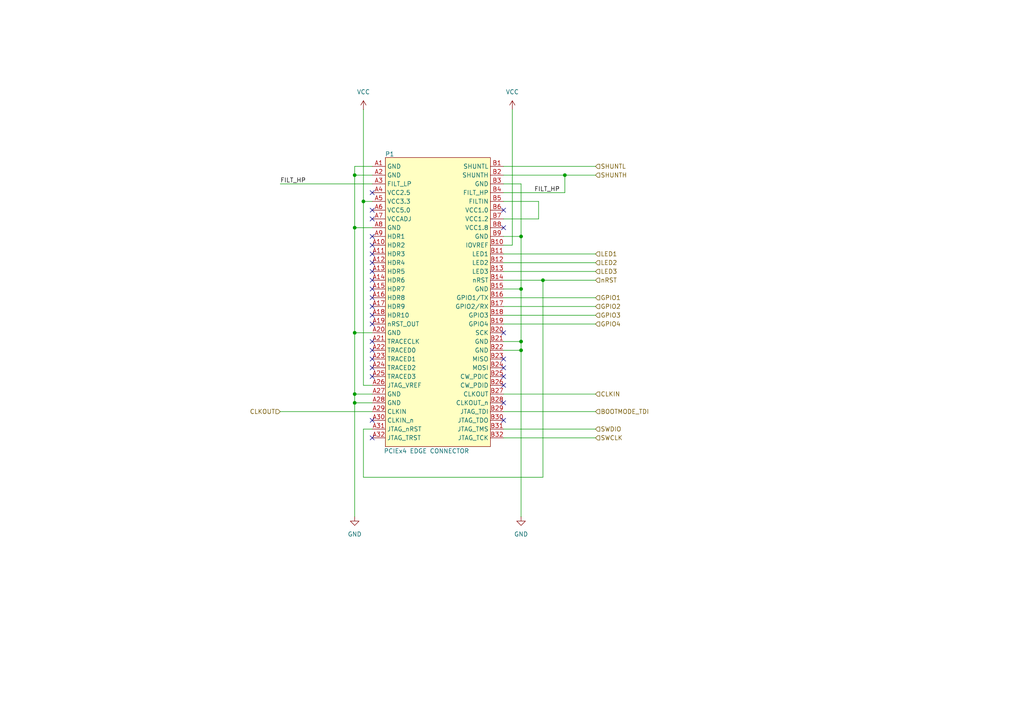
<source format=kicad_sch>
(kicad_sch (version 20231120) (generator "eeschema") (generator_version "8.0")
  (paper "A4")
  (lib_symbols
    (symbol "NAE_Connectors:CW312T-Template" (in_bom no)
      (property "Reference" "P" (at -15.24 3.81 0))
      (property "Value" "PCIEx4 EDGE CONNECTOR " (at 3.81 3.81 0))
      (symbol "CW312T-Template_1_1"
        (rectangle (start -15.24 2.54) (end 15.24 -81.28) (fill (type background)))
        (pin unspecified line (at -19.05 0 0) (length 3.81) (name "GND") (number "A1"))
        (pin unspecified line (at -19.05 -22.86 0) (length 3.81) (name "HDR2") (number "A10"))
        (pin unspecified line (at -19.05 -25.4 0) (length 3.81) (name "HDR3") (number "A11"))
        (pin unspecified line (at -19.05 -27.94 0) (length 3.81) (name "HDR4") (number "A12"))
        (pin unspecified line (at -19.05 -30.48 0) (length 3.81) (name "HDR5") (number "A13"))
        (pin unspecified line (at -19.05 -33.02 0) (length 3.81) (name "HDR6") (number "A14"))
        (pin unspecified line (at -19.05 -35.56 0) (length 3.81) (name "HDR7") (number "A15"))
        (pin unspecified line (at -19.05 -38.1 0) (length 3.81) (name "HDR8") (number "A16"))
        (pin unspecified line (at -19.05 -40.64 0) (length 3.81) (name "HDR9") (number "A17"))
        (pin unspecified line (at -19.05 -43.18 0) (length 3.81) (name "HDR10") (number "A18"))
        (pin unspecified line (at -19.05 -45.72 0) (length 3.81) (name "nRST_OUT") (number "A19"))
        (pin unspecified line (at -19.05 -2.54 0) (length 3.81) (name "GND") (number "A2"))
        (pin unspecified line (at -19.05 -48.26 0) (length 3.81) (name "GND") (number "A20"))
        (pin unspecified line (at -19.05 -50.8 0) (length 3.81) (name "TRACECLK") (number "A21"))
        (pin unspecified line (at -19.05 -53.34 0) (length 3.81) (name "TRACED0") (number "A22"))
        (pin unspecified line (at -19.05 -55.88 0) (length 3.81) (name "TRACED1") (number "A23"))
        (pin unspecified line (at -19.05 -58.42 0) (length 3.81) (name "TRACED2") (number "A24"))
        (pin unspecified line (at -19.05 -60.96 0) (length 3.81) (name "TRACED3") (number "A25"))
        (pin unspecified line (at -19.05 -63.5 0) (length 3.81) (name "JTAG_VREF") (number "A26"))
        (pin unspecified line (at -19.05 -66.04 0) (length 3.81) (name "GND") (number "A27"))
        (pin unspecified line (at -19.05 -68.58 0) (length 3.81) (name "GND") (number "A28"))
        (pin unspecified line (at -19.05 -71.12 0) (length 3.81) (name "CLKIN") (number "A29"))
        (pin unspecified line (at -19.05 -5.08 0) (length 3.81) (name "FILT_LP") (number "A3"))
        (pin unspecified line (at -19.05 -73.66 0) (length 3.81) (name "CLKIN_n") (number "A30"))
        (pin unspecified line (at -19.05 -76.2 0) (length 3.81) (name "JTAG_nRST") (number "A31"))
        (pin unspecified line (at -19.05 -78.74 0) (length 3.81) (name "JTAG_TRST") (number "A32"))
        (pin unspecified line (at -19.05 -7.62 0) (length 3.81) (name "VCC2.5") (number "A4"))
        (pin unspecified line (at -19.05 -10.16 0) (length 3.81) (name "VCC3.3") (number "A5"))
        (pin unspecified line (at -19.05 -12.7 0) (length 3.81) (name "VCC5.0") (number "A6"))
        (pin unspecified line (at -19.05 -15.24 0) (length 3.81) (name "VCCADJ") (number "A7"))
        (pin unspecified line (at -19.05 -17.78 0) (length 3.81) (name "GND") (number "A8"))
        (pin unspecified line (at -19.05 -20.32 0) (length 3.81) (name "HDR1") (number "A9"))
        (pin unspecified line (at 19.05 0 180) (length 3.81) (name "SHUNTL") (number "B1"))
        (pin unspecified line (at 19.05 -22.86 180) (length 3.81) (name "IOVREF") (number "B10"))
        (pin unspecified line (at 19.05 -25.4 180) (length 3.81) (name "LED1") (number "B11"))
        (pin unspecified line (at 19.05 -27.94 180) (length 3.81) (name "LED2") (number "B12"))
        (pin unspecified line (at 19.05 -30.48 180) (length 3.81) (name "LED3") (number "B13"))
        (pin unspecified line (at 19.05 -33.02 180) (length 3.81) (name "nRST") (number "B14"))
        (pin unspecified line (at 19.05 -35.56 180) (length 3.81) (name "GND") (number "B15"))
        (pin unspecified line (at 19.05 -38.1 180) (length 3.81) (name "GPIO1/TX") (number "B16"))
        (pin unspecified line (at 19.05 -40.64 180) (length 3.81) (name "GPIO2/RX") (number "B17"))
        (pin unspecified line (at 19.05 -43.18 180) (length 3.81) (name "GPIO3") (number "B18"))
        (pin unspecified line (at 19.05 -45.72 180) (length 3.81) (name "GPIO4") (number "B19"))
        (pin unspecified line (at 19.05 -2.54 180) (length 3.81) (name "SHUNTH") (number "B2"))
        (pin unspecified line (at 19.05 -48.26 180) (length 3.81) (name "SCK") (number "B20"))
        (pin unspecified line (at 19.05 -50.8 180) (length 3.81) (name "GND") (number "B21"))
        (pin unspecified line (at 19.05 -53.34 180) (length 3.81) (name "GND") (number "B22"))
        (pin unspecified line (at 19.05 -55.88 180) (length 3.81) (name "MISO") (number "B23"))
        (pin unspecified line (at 19.05 -58.42 180) (length 3.81) (name "MOSI") (number "B24"))
        (pin unspecified line (at 19.05 -60.96 180) (length 3.81) (name "CW_PDIC") (number "B25"))
        (pin unspecified line (at 19.05 -63.5 180) (length 3.81) (name "CW_PDID") (number "B26"))
        (pin unspecified line (at 19.05 -66.04 180) (length 3.81) (name "CLKOUT") (number "B27"))
        (pin unspecified line (at 19.05 -68.58 180) (length 3.81) (name "CLKOUT_n") (number "B28"))
        (pin unspecified line (at 19.05 -71.12 180) (length 3.81) (name "JTAG_TDI") (number "B29"))
        (pin unspecified line (at 19.05 -5.08 180) (length 3.81) (name "GND") (number "B3"))
        (pin unspecified line (at 19.05 -73.66 180) (length 3.81) (name "JTAG_TDO") (number "B30"))
        (pin unspecified line (at 19.05 -76.2 180) (length 3.81) (name "JTAG_TMS") (number "B31"))
        (pin unspecified line (at 19.05 -78.74 180) (length 3.81) (name "JTAG_TCK") (number "B32"))
        (pin unspecified line (at 19.05 -7.62 180) (length 3.81) (name "FILT_HP") (number "B4"))
        (pin unspecified line (at 19.05 -10.16 180) (length 3.81) (name "FILTIN") (number "B5"))
        (pin unspecified line (at 19.05 -12.7 180) (length 3.81) (name "VCC1.0") (number "B6"))
        (pin unspecified line (at 19.05 -15.24 180) (length 3.81) (name "VCC1.2") (number "B7"))
        (pin unspecified line (at 19.05 -17.78 180) (length 3.81) (name "VCC1.8") (number "B8"))
        (pin unspecified line (at 19.05 -20.32 180) (length 3.81) (name "GND") (number "B9"))
      )
    )
    (symbol "power:GND" (power) (pin_numbers hide) (pin_names (offset 0) hide)
      (property "Value" "GND" (at 0 -3.81 0))
      (symbol "GND_0_1"
        (polyline (pts (xy 0 0) (xy 0 -1.27) (xy 1.27 -1.27) (xy 0 -2.54) (xy -1.27 -1.27) (xy 0 -1.27)))
      )
      (symbol "GND_1_1"
        (pin power_in line (at 0 0 270) (length 0) (name "~") (number "1"))
      )
    )
    (symbol "power:VCC" (power) (pin_numbers hide) (pin_names (offset 0) hide)
      (property "Value" "VCC" (at 0 3.556 0))
      (symbol "VCC_0_1"
        (polyline (pts (xy -0.762 1.27) (xy 0 2.54)))
        (polyline (pts (xy 0 0) (xy 0 2.54)))
        (polyline (pts (xy 0 2.54) (xy 0.762 1.27)))
      )
      (symbol "VCC_1_1"
        (pin power_in line (at 0 0 90) (length 0) (name "~") (number "1"))
      )
    )
  )
  (junction (at 102.87 96.52))
  (junction (at 102.87 116.84))
  (junction (at 102.87 66.04))
  (junction (at 157.48 81.28))
  (junction (at 163.83 50.8))
  (junction (at 151.13 101.6))
  (junction (at 105.41 58.42))
  (junction (at 102.87 50.8))
  (junction (at 151.13 99.06))
  (junction (at 102.87 114.3))
  (junction (at 151.13 68.58))
  (junction (at 151.13 83.82))
  (no_connect (at 107.95 83.82))
  (no_connect (at 107.95 76.2))
  (no_connect (at 146.05 66.04))
  (no_connect (at 107.95 63.5))
  (no_connect (at 146.05 116.84))
  (no_connect (at 146.05 121.92))
  (no_connect (at 146.05 111.76))
  (no_connect (at 107.95 93.98))
  (no_connect (at 107.95 91.44))
  (no_connect (at 146.05 109.22))
  (no_connect (at 146.05 60.96))
  (no_connect (at 107.95 68.58))
  (no_connect (at 107.95 81.28))
  (no_connect (at 107.95 60.96))
  (no_connect (at 107.95 99.06))
  (no_connect (at 107.95 55.88))
  (no_connect (at 146.05 106.68))
  (no_connect (at 107.95 109.22))
  (no_connect (at 107.95 78.74))
  (no_connect (at 107.95 73.66))
  (no_connect (at 146.05 104.14))
  (no_connect (at 107.95 104.14))
  (no_connect (at 107.95 121.92))
  (no_connect (at 107.95 127))
  (no_connect (at 107.95 71.12))
  (no_connect (at 107.95 86.36))
  (no_connect (at 107.95 106.68))
  (no_connect (at 107.95 101.6))
  (no_connect (at 107.95 88.9))
  (no_connect (at 146.05 96.52))
  (wire (pts (xy 102.87 116.84) (xy 107.95 116.84)))
  (wire (pts (xy 146.05 73.66) (xy 172.72 73.66)))
  (wire (pts (xy 105.41 111.76) (xy 105.41 58.42)))
  (wire (pts (xy 163.83 50.8) (xy 172.72 50.8)))
  (wire (pts (xy 102.87 96.52) (xy 107.95 96.52)))
  (wire (pts (xy 102.87 48.26) (xy 102.87 50.8)))
  (wire (pts (xy 146.05 83.82) (xy 151.13 83.82)))
  (wire (pts (xy 102.87 50.8) (xy 107.95 50.8)))
  (wire (pts (xy 146.05 50.8) (xy 163.83 50.8)))
  (wire (pts (xy 151.13 101.6) (xy 151.13 149.86)))
  (wire (pts (xy 107.95 124.46) (xy 105.41 124.46)))
  (wire (pts (xy 146.05 99.06) (xy 151.13 99.06)))
  (wire (pts (xy 81.28 53.34) (xy 107.95 53.34)))
  (wire (pts (xy 148.59 31.75) (xy 148.59 71.12)))
  (wire (pts (xy 157.48 138.43) (xy 157.48 81.28)))
  (wire (pts (xy 151.13 53.34) (xy 146.05 53.34)))
  (wire (pts (xy 105.41 138.43) (xy 157.48 138.43)))
  (wire (pts (xy 107.95 48.26) (xy 102.87 48.26)))
  (wire (pts (xy 102.87 114.3) (xy 102.87 116.84)))
  (wire (pts (xy 157.48 81.28) (xy 172.72 81.28)))
  (wire (pts (xy 146.05 127) (xy 172.72 127)))
  (wire (pts (xy 146.05 124.46) (xy 172.72 124.46)))
  (wire (pts (xy 102.87 66.04) (xy 107.95 66.04)))
  (wire (pts (xy 163.83 55.88) (xy 163.83 50.8)))
  (wire (pts (xy 146.05 93.98) (xy 172.72 93.98)))
  (wire (pts (xy 146.05 55.88) (xy 163.83 55.88)))
  (wire (pts (xy 146.05 68.58) (xy 151.13 68.58)))
  (wire (pts (xy 102.87 50.8) (xy 102.87 66.04)))
  (wire (pts (xy 156.21 63.5) (xy 146.05 63.5)))
  (wire (pts (xy 146.05 48.26) (xy 172.72 48.26)))
  (wire (pts (xy 146.05 114.3) (xy 172.72 114.3)))
  (wire (pts (xy 107.95 58.42) (xy 105.41 58.42)))
  (wire (pts (xy 146.05 101.6) (xy 151.13 101.6)))
  (wire (pts (xy 151.13 68.58) (xy 151.13 83.82)))
  (wire (pts (xy 146.05 81.28) (xy 157.48 81.28)))
  (wire (pts (xy 102.87 66.04) (xy 102.87 96.52)))
  (wire (pts (xy 151.13 99.06) (xy 151.13 101.6)))
  (wire (pts (xy 102.87 96.52) (xy 102.87 114.3)))
  (wire (pts (xy 102.87 114.3) (xy 107.95 114.3)))
  (wire (pts (xy 146.05 91.44) (xy 172.72 91.44)))
  (wire (pts (xy 105.41 124.46) (xy 105.41 138.43)))
  (wire (pts (xy 146.05 86.36) (xy 172.72 86.36)))
  (wire (pts (xy 146.05 119.38) (xy 172.72 119.38)))
  (wire (pts (xy 151.13 83.82) (xy 151.13 99.06)))
  (wire (pts (xy 156.21 58.42) (xy 156.21 63.5)))
  (wire (pts (xy 151.13 53.34) (xy 151.13 68.58)))
  (wire (pts (xy 146.05 88.9) (xy 172.72 88.9)))
  (wire (pts (xy 81.28 119.38) (xy 107.95 119.38)))
  (wire (pts (xy 102.87 116.84) (xy 102.87 149.86)))
  (wire (pts (xy 107.95 111.76) (xy 105.41 111.76)))
  (wire (pts (xy 146.05 71.12) (xy 148.59 71.12)))
  (wire (pts (xy 105.41 31.75) (xy 105.41 58.42)))
  (wire (pts (xy 146.05 78.74) (xy 172.72 78.74)))
  (wire (pts (xy 146.05 58.42) (xy 156.21 58.42)))
  (wire (pts (xy 146.05 76.2) (xy 172.72 76.2)))
  (label "FILT_HP" (at 81.28 53.34 0))
  (label "FILT_HP" (at 154.94 55.88 0))
  (hierarchical_label "SWCLK" (shape input) (at 172.72 127 0))
  (hierarchical_label "GPIO1" (shape input) (at 172.72 86.36 0))
  (hierarchical_label "CLKIN" (shape input) (at 172.72 114.3 0))
  (hierarchical_label "SHUNTH" (shape input) (at 172.72 50.8 0))
  (hierarchical_label "BOOTMODE_TDI" (shape input) (at 172.72 119.38 0))
  (hierarchical_label "LED3" (shape input) (at 172.72 78.74 0))
  (hierarchical_label "CLKOUT" (shape input) (at 81.28 119.38 180))
  (hierarchical_label "GPIO2" (shape input) (at 172.72 88.9 0))
  (hierarchical_label "SWDIO" (shape input) (at 172.72 124.46 0))
  (hierarchical_label "SHUNTL" (shape input) (at 172.72 48.26 0))
  (hierarchical_label "GPIO3" (shape input) (at 172.72 91.44 0))
  (hierarchical_label "GPIO4" (shape input) (at 172.72 93.98 0))
  (hierarchical_label "nRST" (shape input) (at 172.72 81.28 0))
  (hierarchical_label "LED2" (shape input) (at 172.72 76.2 0))
  (hierarchical_label "LED1" (shape input) (at 172.72 73.66 0))
  (symbol (lib_id "power:VCC") (at 105.41 31.75 0) (unit 1)
    (property "Reference" "#PWR03" (effects (hide yes)))
    (property "Value" "VCC" (at 105.41 26.67 0))
    (property "Description" "Power symbol creates a global label with name \"VCC\"" (effects (hide yes)))
  )
  (symbol (lib_id "power:GND") (at 102.87 149.86 0) (unit 1)
    (property "Reference" "#PWR01" (effects (hide yes)))
    (property "Value" "GND" (at 102.87 154.94 0))
    (property "Description" "Power symbol creates a global label with name \"GND\" , ground" (effects (hide yes)))
  )
  (symbol (lib_id "power:VCC") (at 148.59 31.75 0) (unit 1)
    (property "Reference" "#PWR04" (effects (hide yes)))
    (property "Value" "VCC" (at 148.59 26.67 0))
    (property "Description" "Power symbol creates a global label with name \"VCC\"" (effects (hide yes)))
  )
  (symbol (lib_id "NAE_Connectors:CW312T-Template") (at 127 48.26 0) (unit 1) (in_bom no)
    (property "Reference" "P1" (at 113.03 44.704 0))
    (property "Value" "PCIEx4 EDGE CONNECTOR" (at 123.698 130.81 0))
    (property "Footprint" "tutorial_2_library:CW312_Template" (effects (hide yes)))
    (property "Description" "BOARD AND EDGE CONNECTOR TEMPLATE FOR CW312 TARGETS" (effects (hide yes)))
  )
  (symbol (lib_id "power:GND") (at 151.13 149.86 0) (unit 1)
    (property "Reference" "#PWR02" (effects (hide yes)))
    (property "Value" "GND" (at 151.13 154.94 0))
    (property "Description" "Power symbol creates a global label with name \"GND\" , ground" (effects (hide yes)))
  )
)
</source>
